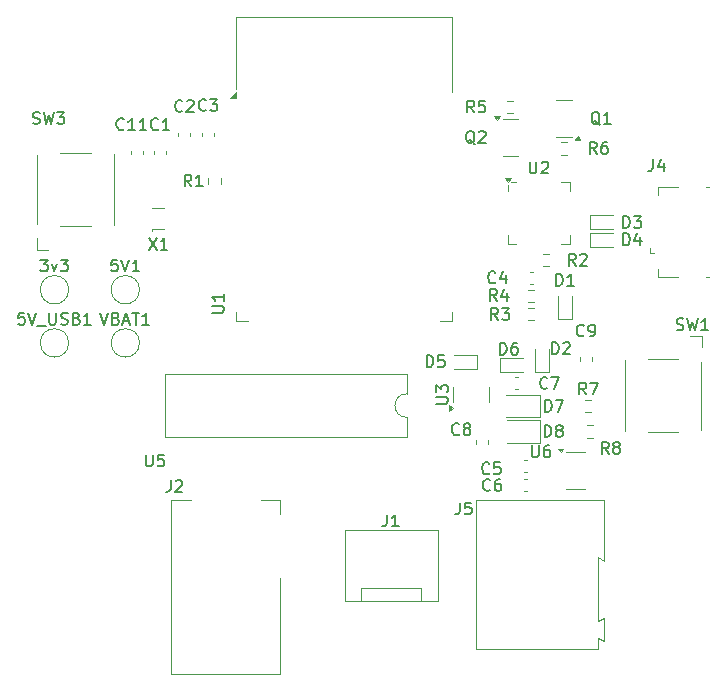
<source format=gbr>
%TF.GenerationSoftware,KiCad,Pcbnew,8.0.5-8.0.5-0~ubuntu24.04.1*%
%TF.CreationDate,2024-09-17T16:47:33-05:00*%
%TF.ProjectId,Airboat,41697262-6f61-4742-9e6b-696361645f70,rev?*%
%TF.SameCoordinates,Original*%
%TF.FileFunction,Legend,Top*%
%TF.FilePolarity,Positive*%
%FSLAX46Y46*%
G04 Gerber Fmt 4.6, Leading zero omitted, Abs format (unit mm)*
G04 Created by KiCad (PCBNEW 8.0.5-8.0.5-0~ubuntu24.04.1) date 2024-09-17 16:47:33*
%MOMM*%
%LPD*%
G01*
G04 APERTURE LIST*
%ADD10C,0.150000*%
%ADD11C,0.120000*%
G04 APERTURE END LIST*
D10*
X152552495Y-118453819D02*
X152552495Y-119263342D01*
X152552495Y-119263342D02*
X152600114Y-119358580D01*
X152600114Y-119358580D02*
X152647733Y-119406200D01*
X152647733Y-119406200D02*
X152742971Y-119453819D01*
X152742971Y-119453819D02*
X152933447Y-119453819D01*
X152933447Y-119453819D02*
X153028685Y-119406200D01*
X153028685Y-119406200D02*
X153076304Y-119358580D01*
X153076304Y-119358580D02*
X153123923Y-119263342D01*
X153123923Y-119263342D02*
X153123923Y-118453819D01*
X154028685Y-118453819D02*
X153838209Y-118453819D01*
X153838209Y-118453819D02*
X153742971Y-118501438D01*
X153742971Y-118501438D02*
X153695352Y-118549057D01*
X153695352Y-118549057D02*
X153600114Y-118691914D01*
X153600114Y-118691914D02*
X153552495Y-118882390D01*
X153552495Y-118882390D02*
X153552495Y-119263342D01*
X153552495Y-119263342D02*
X153600114Y-119358580D01*
X153600114Y-119358580D02*
X153647733Y-119406200D01*
X153647733Y-119406200D02*
X153742971Y-119453819D01*
X153742971Y-119453819D02*
X153933447Y-119453819D01*
X153933447Y-119453819D02*
X154028685Y-119406200D01*
X154028685Y-119406200D02*
X154076304Y-119358580D01*
X154076304Y-119358580D02*
X154123923Y-119263342D01*
X154123923Y-119263342D02*
X154123923Y-119025247D01*
X154123923Y-119025247D02*
X154076304Y-118930009D01*
X154076304Y-118930009D02*
X154028685Y-118882390D01*
X154028685Y-118882390D02*
X153933447Y-118834771D01*
X153933447Y-118834771D02*
X153742971Y-118834771D01*
X153742971Y-118834771D02*
X153647733Y-118882390D01*
X153647733Y-118882390D02*
X153600114Y-118930009D01*
X153600114Y-118930009D02*
X153552495Y-119025247D01*
X140291866Y-124324819D02*
X140291866Y-125039104D01*
X140291866Y-125039104D02*
X140244247Y-125181961D01*
X140244247Y-125181961D02*
X140149009Y-125277200D01*
X140149009Y-125277200D02*
X140006152Y-125324819D01*
X140006152Y-125324819D02*
X139910914Y-125324819D01*
X141291866Y-125324819D02*
X140720438Y-125324819D01*
X141006152Y-125324819D02*
X141006152Y-124324819D01*
X141006152Y-124324819D02*
X140910914Y-124467676D01*
X140910914Y-124467676D02*
X140815676Y-124562914D01*
X140815676Y-124562914D02*
X140720438Y-124610533D01*
X149032933Y-122228780D02*
X148985314Y-122276400D01*
X148985314Y-122276400D02*
X148842457Y-122324019D01*
X148842457Y-122324019D02*
X148747219Y-122324019D01*
X148747219Y-122324019D02*
X148604362Y-122276400D01*
X148604362Y-122276400D02*
X148509124Y-122181161D01*
X148509124Y-122181161D02*
X148461505Y-122085923D01*
X148461505Y-122085923D02*
X148413886Y-121895447D01*
X148413886Y-121895447D02*
X148413886Y-121752590D01*
X148413886Y-121752590D02*
X148461505Y-121562114D01*
X148461505Y-121562114D02*
X148509124Y-121466876D01*
X148509124Y-121466876D02*
X148604362Y-121371638D01*
X148604362Y-121371638D02*
X148747219Y-121324019D01*
X148747219Y-121324019D02*
X148842457Y-121324019D01*
X148842457Y-121324019D02*
X148985314Y-121371638D01*
X148985314Y-121371638D02*
X149032933Y-121419257D01*
X149890076Y-121324019D02*
X149699600Y-121324019D01*
X149699600Y-121324019D02*
X149604362Y-121371638D01*
X149604362Y-121371638D02*
X149556743Y-121419257D01*
X149556743Y-121419257D02*
X149461505Y-121562114D01*
X149461505Y-121562114D02*
X149413886Y-121752590D01*
X149413886Y-121752590D02*
X149413886Y-122133542D01*
X149413886Y-122133542D02*
X149461505Y-122228780D01*
X149461505Y-122228780D02*
X149509124Y-122276400D01*
X149509124Y-122276400D02*
X149604362Y-122324019D01*
X149604362Y-122324019D02*
X149794838Y-122324019D01*
X149794838Y-122324019D02*
X149890076Y-122276400D01*
X149890076Y-122276400D02*
X149937695Y-122228780D01*
X149937695Y-122228780D02*
X149985314Y-122133542D01*
X149985314Y-122133542D02*
X149985314Y-121895447D01*
X149985314Y-121895447D02*
X149937695Y-121800209D01*
X149937695Y-121800209D02*
X149890076Y-121752590D01*
X149890076Y-121752590D02*
X149794838Y-121704971D01*
X149794838Y-121704971D02*
X149604362Y-121704971D01*
X149604362Y-121704971D02*
X149509124Y-121752590D01*
X149509124Y-121752590D02*
X149461505Y-121800209D01*
X149461505Y-121800209D02*
X149413886Y-121895447D01*
X148956733Y-120806380D02*
X148909114Y-120854000D01*
X148909114Y-120854000D02*
X148766257Y-120901619D01*
X148766257Y-120901619D02*
X148671019Y-120901619D01*
X148671019Y-120901619D02*
X148528162Y-120854000D01*
X148528162Y-120854000D02*
X148432924Y-120758761D01*
X148432924Y-120758761D02*
X148385305Y-120663523D01*
X148385305Y-120663523D02*
X148337686Y-120473047D01*
X148337686Y-120473047D02*
X148337686Y-120330190D01*
X148337686Y-120330190D02*
X148385305Y-120139714D01*
X148385305Y-120139714D02*
X148432924Y-120044476D01*
X148432924Y-120044476D02*
X148528162Y-119949238D01*
X148528162Y-119949238D02*
X148671019Y-119901619D01*
X148671019Y-119901619D02*
X148766257Y-119901619D01*
X148766257Y-119901619D02*
X148909114Y-119949238D01*
X148909114Y-119949238D02*
X148956733Y-119996857D01*
X149861495Y-119901619D02*
X149385305Y-119901619D01*
X149385305Y-119901619D02*
X149337686Y-120377809D01*
X149337686Y-120377809D02*
X149385305Y-120330190D01*
X149385305Y-120330190D02*
X149480543Y-120282571D01*
X149480543Y-120282571D02*
X149718638Y-120282571D01*
X149718638Y-120282571D02*
X149813876Y-120330190D01*
X149813876Y-120330190D02*
X149861495Y-120377809D01*
X149861495Y-120377809D02*
X149909114Y-120473047D01*
X149909114Y-120473047D02*
X149909114Y-120711142D01*
X149909114Y-120711142D02*
X149861495Y-120806380D01*
X149861495Y-120806380D02*
X149813876Y-120854000D01*
X149813876Y-120854000D02*
X149718638Y-120901619D01*
X149718638Y-120901619D02*
X149480543Y-120901619D01*
X149480543Y-120901619D02*
X149385305Y-120854000D01*
X149385305Y-120854000D02*
X149337686Y-120806380D01*
X109594926Y-107237198D02*
X109118736Y-107237198D01*
X109118736Y-107237198D02*
X109071117Y-107713388D01*
X109071117Y-107713388D02*
X109118736Y-107665769D01*
X109118736Y-107665769D02*
X109213974Y-107618150D01*
X109213974Y-107618150D02*
X109452069Y-107618150D01*
X109452069Y-107618150D02*
X109547307Y-107665769D01*
X109547307Y-107665769D02*
X109594926Y-107713388D01*
X109594926Y-107713388D02*
X109642545Y-107808626D01*
X109642545Y-107808626D02*
X109642545Y-108046721D01*
X109642545Y-108046721D02*
X109594926Y-108141959D01*
X109594926Y-108141959D02*
X109547307Y-108189579D01*
X109547307Y-108189579D02*
X109452069Y-108237198D01*
X109452069Y-108237198D02*
X109213974Y-108237198D01*
X109213974Y-108237198D02*
X109118736Y-108189579D01*
X109118736Y-108189579D02*
X109071117Y-108141959D01*
X109928260Y-107237198D02*
X110261593Y-108237198D01*
X110261593Y-108237198D02*
X110594926Y-107237198D01*
X110690165Y-108332436D02*
X111452069Y-108332436D01*
X111690165Y-107237198D02*
X111690165Y-108046721D01*
X111690165Y-108046721D02*
X111737784Y-108141959D01*
X111737784Y-108141959D02*
X111785403Y-108189579D01*
X111785403Y-108189579D02*
X111880641Y-108237198D01*
X111880641Y-108237198D02*
X112071117Y-108237198D01*
X112071117Y-108237198D02*
X112166355Y-108189579D01*
X112166355Y-108189579D02*
X112213974Y-108141959D01*
X112213974Y-108141959D02*
X112261593Y-108046721D01*
X112261593Y-108046721D02*
X112261593Y-107237198D01*
X112690165Y-108189579D02*
X112833022Y-108237198D01*
X112833022Y-108237198D02*
X113071117Y-108237198D01*
X113071117Y-108237198D02*
X113166355Y-108189579D01*
X113166355Y-108189579D02*
X113213974Y-108141959D01*
X113213974Y-108141959D02*
X113261593Y-108046721D01*
X113261593Y-108046721D02*
X113261593Y-107951483D01*
X113261593Y-107951483D02*
X113213974Y-107856245D01*
X113213974Y-107856245D02*
X113166355Y-107808626D01*
X113166355Y-107808626D02*
X113071117Y-107761007D01*
X113071117Y-107761007D02*
X112880641Y-107713388D01*
X112880641Y-107713388D02*
X112785403Y-107665769D01*
X112785403Y-107665769D02*
X112737784Y-107618150D01*
X112737784Y-107618150D02*
X112690165Y-107522912D01*
X112690165Y-107522912D02*
X112690165Y-107427674D01*
X112690165Y-107427674D02*
X112737784Y-107332436D01*
X112737784Y-107332436D02*
X112785403Y-107284817D01*
X112785403Y-107284817D02*
X112880641Y-107237198D01*
X112880641Y-107237198D02*
X113118736Y-107237198D01*
X113118736Y-107237198D02*
X113261593Y-107284817D01*
X114023498Y-107713388D02*
X114166355Y-107761007D01*
X114166355Y-107761007D02*
X114213974Y-107808626D01*
X114213974Y-107808626D02*
X114261593Y-107903864D01*
X114261593Y-107903864D02*
X114261593Y-108046721D01*
X114261593Y-108046721D02*
X114213974Y-108141959D01*
X114213974Y-108141959D02*
X114166355Y-108189579D01*
X114166355Y-108189579D02*
X114071117Y-108237198D01*
X114071117Y-108237198D02*
X113690165Y-108237198D01*
X113690165Y-108237198D02*
X113690165Y-107237198D01*
X113690165Y-107237198D02*
X114023498Y-107237198D01*
X114023498Y-107237198D02*
X114118736Y-107284817D01*
X114118736Y-107284817D02*
X114166355Y-107332436D01*
X114166355Y-107332436D02*
X114213974Y-107427674D01*
X114213974Y-107427674D02*
X114213974Y-107522912D01*
X114213974Y-107522912D02*
X114166355Y-107618150D01*
X114166355Y-107618150D02*
X114118736Y-107665769D01*
X114118736Y-107665769D02*
X114023498Y-107713388D01*
X114023498Y-107713388D02*
X113690165Y-107713388D01*
X115213974Y-108237198D02*
X114642546Y-108237198D01*
X114928260Y-108237198D02*
X114928260Y-107237198D01*
X114928260Y-107237198D02*
X114833022Y-107380055D01*
X114833022Y-107380055D02*
X114737784Y-107475293D01*
X114737784Y-107475293D02*
X114642546Y-107522912D01*
X123729786Y-96538324D02*
X123396453Y-96062133D01*
X123158358Y-96538324D02*
X123158358Y-95538324D01*
X123158358Y-95538324D02*
X123539310Y-95538324D01*
X123539310Y-95538324D02*
X123634548Y-95585943D01*
X123634548Y-95585943D02*
X123682167Y-95633562D01*
X123682167Y-95633562D02*
X123729786Y-95728800D01*
X123729786Y-95728800D02*
X123729786Y-95871657D01*
X123729786Y-95871657D02*
X123682167Y-95966895D01*
X123682167Y-95966895D02*
X123634548Y-96014514D01*
X123634548Y-96014514D02*
X123539310Y-96062133D01*
X123539310Y-96062133D02*
X123158358Y-96062133D01*
X124682167Y-96538324D02*
X124110739Y-96538324D01*
X124396453Y-96538324D02*
X124396453Y-95538324D01*
X124396453Y-95538324D02*
X124301215Y-95681181D01*
X124301215Y-95681181D02*
X124205977Y-95776419D01*
X124205977Y-95776419D02*
X124110739Y-95824038D01*
X158044213Y-93769061D02*
X157710880Y-93292870D01*
X157472785Y-93769061D02*
X157472785Y-92769061D01*
X157472785Y-92769061D02*
X157853737Y-92769061D01*
X157853737Y-92769061D02*
X157948975Y-92816680D01*
X157948975Y-92816680D02*
X157996594Y-92864299D01*
X157996594Y-92864299D02*
X158044213Y-92959537D01*
X158044213Y-92959537D02*
X158044213Y-93102394D01*
X158044213Y-93102394D02*
X157996594Y-93197632D01*
X157996594Y-93197632D02*
X157948975Y-93245251D01*
X157948975Y-93245251D02*
X157853737Y-93292870D01*
X157853737Y-93292870D02*
X157472785Y-93292870D01*
X158901356Y-92769061D02*
X158710880Y-92769061D01*
X158710880Y-92769061D02*
X158615642Y-92816680D01*
X158615642Y-92816680D02*
X158568023Y-92864299D01*
X158568023Y-92864299D02*
X158472785Y-93007156D01*
X158472785Y-93007156D02*
X158425166Y-93197632D01*
X158425166Y-93197632D02*
X158425166Y-93578584D01*
X158425166Y-93578584D02*
X158472785Y-93673822D01*
X158472785Y-93673822D02*
X158520404Y-93721442D01*
X158520404Y-93721442D02*
X158615642Y-93769061D01*
X158615642Y-93769061D02*
X158806118Y-93769061D01*
X158806118Y-93769061D02*
X158901356Y-93721442D01*
X158901356Y-93721442D02*
X158948975Y-93673822D01*
X158948975Y-93673822D02*
X158996594Y-93578584D01*
X158996594Y-93578584D02*
X158996594Y-93340489D01*
X158996594Y-93340489D02*
X158948975Y-93245251D01*
X158948975Y-93245251D02*
X158901356Y-93197632D01*
X158901356Y-93197632D02*
X158806118Y-93150013D01*
X158806118Y-93150013D02*
X158615642Y-93150013D01*
X158615642Y-93150013D02*
X158520404Y-93197632D01*
X158520404Y-93197632D02*
X158472785Y-93245251D01*
X158472785Y-93245251D02*
X158425166Y-93340489D01*
X147667933Y-90269219D02*
X147334600Y-89793028D01*
X147096505Y-90269219D02*
X147096505Y-89269219D01*
X147096505Y-89269219D02*
X147477457Y-89269219D01*
X147477457Y-89269219D02*
X147572695Y-89316838D01*
X147572695Y-89316838D02*
X147620314Y-89364457D01*
X147620314Y-89364457D02*
X147667933Y-89459695D01*
X147667933Y-89459695D02*
X147667933Y-89602552D01*
X147667933Y-89602552D02*
X147620314Y-89697790D01*
X147620314Y-89697790D02*
X147572695Y-89745409D01*
X147572695Y-89745409D02*
X147477457Y-89793028D01*
X147477457Y-89793028D02*
X147096505Y-89793028D01*
X148572695Y-89269219D02*
X148096505Y-89269219D01*
X148096505Y-89269219D02*
X148048886Y-89745409D01*
X148048886Y-89745409D02*
X148096505Y-89697790D01*
X148096505Y-89697790D02*
X148191743Y-89650171D01*
X148191743Y-89650171D02*
X148429838Y-89650171D01*
X148429838Y-89650171D02*
X148525076Y-89697790D01*
X148525076Y-89697790D02*
X148572695Y-89745409D01*
X148572695Y-89745409D02*
X148620314Y-89840647D01*
X148620314Y-89840647D02*
X148620314Y-90078742D01*
X148620314Y-90078742D02*
X148572695Y-90173980D01*
X148572695Y-90173980D02*
X148525076Y-90221600D01*
X148525076Y-90221600D02*
X148429838Y-90269219D01*
X148429838Y-90269219D02*
X148191743Y-90269219D01*
X148191743Y-90269219D02*
X148096505Y-90221600D01*
X148096505Y-90221600D02*
X148048886Y-90173980D01*
X119880641Y-119235198D02*
X119880641Y-120044721D01*
X119880641Y-120044721D02*
X119928260Y-120139959D01*
X119928260Y-120139959D02*
X119975879Y-120187579D01*
X119975879Y-120187579D02*
X120071117Y-120235198D01*
X120071117Y-120235198D02*
X120261593Y-120235198D01*
X120261593Y-120235198D02*
X120356831Y-120187579D01*
X120356831Y-120187579D02*
X120404450Y-120139959D01*
X120404450Y-120139959D02*
X120452069Y-120044721D01*
X120452069Y-120044721D02*
X120452069Y-119235198D01*
X121404450Y-119235198D02*
X120928260Y-119235198D01*
X120928260Y-119235198D02*
X120880641Y-119711388D01*
X120880641Y-119711388D02*
X120928260Y-119663769D01*
X120928260Y-119663769D02*
X121023498Y-119616150D01*
X121023498Y-119616150D02*
X121261593Y-119616150D01*
X121261593Y-119616150D02*
X121356831Y-119663769D01*
X121356831Y-119663769D02*
X121404450Y-119711388D01*
X121404450Y-119711388D02*
X121452069Y-119806626D01*
X121452069Y-119806626D02*
X121452069Y-120044721D01*
X121452069Y-120044721D02*
X121404450Y-120139959D01*
X121404450Y-120139959D02*
X121356831Y-120187579D01*
X121356831Y-120187579D02*
X121261593Y-120235198D01*
X121261593Y-120235198D02*
X121023498Y-120235198D01*
X121023498Y-120235198D02*
X120928260Y-120187579D01*
X120928260Y-120187579D02*
X120880641Y-120139959D01*
X154599292Y-104937919D02*
X154599292Y-103937919D01*
X154599292Y-103937919D02*
X154837387Y-103937919D01*
X154837387Y-103937919D02*
X154980244Y-103985538D01*
X154980244Y-103985538D02*
X155075482Y-104080776D01*
X155075482Y-104080776D02*
X155123101Y-104176014D01*
X155123101Y-104176014D02*
X155170720Y-104366490D01*
X155170720Y-104366490D02*
X155170720Y-104509347D01*
X155170720Y-104509347D02*
X155123101Y-104699823D01*
X155123101Y-104699823D02*
X155075482Y-104795061D01*
X155075482Y-104795061D02*
X154980244Y-104890300D01*
X154980244Y-104890300D02*
X154837387Y-104937919D01*
X154837387Y-104937919D02*
X154599292Y-104937919D01*
X156123101Y-104937919D02*
X155551673Y-104937919D01*
X155837387Y-104937919D02*
X155837387Y-103937919D01*
X155837387Y-103937919D02*
X155742149Y-104080776D01*
X155742149Y-104080776D02*
X155646911Y-104176014D01*
X155646911Y-104176014D02*
X155551673Y-104223633D01*
X164825111Y-108667892D02*
X164967968Y-108715511D01*
X164967968Y-108715511D02*
X165206063Y-108715511D01*
X165206063Y-108715511D02*
X165301301Y-108667892D01*
X165301301Y-108667892D02*
X165348920Y-108620272D01*
X165348920Y-108620272D02*
X165396539Y-108525034D01*
X165396539Y-108525034D02*
X165396539Y-108429796D01*
X165396539Y-108429796D02*
X165348920Y-108334558D01*
X165348920Y-108334558D02*
X165301301Y-108286939D01*
X165301301Y-108286939D02*
X165206063Y-108239320D01*
X165206063Y-108239320D02*
X165015587Y-108191701D01*
X165015587Y-108191701D02*
X164920349Y-108144082D01*
X164920349Y-108144082D02*
X164872730Y-108096463D01*
X164872730Y-108096463D02*
X164825111Y-108001225D01*
X164825111Y-108001225D02*
X164825111Y-107905987D01*
X164825111Y-107905987D02*
X164872730Y-107810749D01*
X164872730Y-107810749D02*
X164920349Y-107763130D01*
X164920349Y-107763130D02*
X165015587Y-107715511D01*
X165015587Y-107715511D02*
X165253682Y-107715511D01*
X165253682Y-107715511D02*
X165396539Y-107763130D01*
X165729873Y-107715511D02*
X165967968Y-108715511D01*
X165967968Y-108715511D02*
X166158444Y-108001225D01*
X166158444Y-108001225D02*
X166348920Y-108715511D01*
X166348920Y-108715511D02*
X166587016Y-107715511D01*
X167491777Y-108715511D02*
X166920349Y-108715511D01*
X167206063Y-108715511D02*
X167206063Y-107715511D01*
X167206063Y-107715511D02*
X167110825Y-107858368D01*
X167110825Y-107858368D02*
X167015587Y-107953606D01*
X167015587Y-107953606D02*
X166920349Y-108001225D01*
X149685804Y-107837257D02*
X149352471Y-107361066D01*
X149114376Y-107837257D02*
X149114376Y-106837257D01*
X149114376Y-106837257D02*
X149495328Y-106837257D01*
X149495328Y-106837257D02*
X149590566Y-106884876D01*
X149590566Y-106884876D02*
X149638185Y-106932495D01*
X149638185Y-106932495D02*
X149685804Y-107027733D01*
X149685804Y-107027733D02*
X149685804Y-107170590D01*
X149685804Y-107170590D02*
X149638185Y-107265828D01*
X149638185Y-107265828D02*
X149590566Y-107313447D01*
X149590566Y-107313447D02*
X149495328Y-107361066D01*
X149495328Y-107361066D02*
X149114376Y-107361066D01*
X150019138Y-106837257D02*
X150638185Y-106837257D01*
X150638185Y-106837257D02*
X150304852Y-107218209D01*
X150304852Y-107218209D02*
X150447709Y-107218209D01*
X150447709Y-107218209D02*
X150542947Y-107265828D01*
X150542947Y-107265828D02*
X150590566Y-107313447D01*
X150590566Y-107313447D02*
X150638185Y-107408685D01*
X150638185Y-107408685D02*
X150638185Y-107646780D01*
X150638185Y-107646780D02*
X150590566Y-107742018D01*
X150590566Y-107742018D02*
X150542947Y-107789638D01*
X150542947Y-107789638D02*
X150447709Y-107837257D01*
X150447709Y-107837257D02*
X150161995Y-107837257D01*
X150161995Y-107837257D02*
X150066757Y-107789638D01*
X150066757Y-107789638D02*
X150019138Y-107742018D01*
X160286376Y-101517518D02*
X160286376Y-100517518D01*
X160286376Y-100517518D02*
X160524471Y-100517518D01*
X160524471Y-100517518D02*
X160667328Y-100565137D01*
X160667328Y-100565137D02*
X160762566Y-100660375D01*
X160762566Y-100660375D02*
X160810185Y-100755613D01*
X160810185Y-100755613D02*
X160857804Y-100946089D01*
X160857804Y-100946089D02*
X160857804Y-101088946D01*
X160857804Y-101088946D02*
X160810185Y-101279422D01*
X160810185Y-101279422D02*
X160762566Y-101374660D01*
X160762566Y-101374660D02*
X160667328Y-101469899D01*
X160667328Y-101469899D02*
X160524471Y-101517518D01*
X160524471Y-101517518D02*
X160286376Y-101517518D01*
X161714947Y-100850851D02*
X161714947Y-101517518D01*
X161476852Y-100469899D02*
X161238757Y-101184184D01*
X161238757Y-101184184D02*
X161857804Y-101184184D01*
X162809212Y-94235198D02*
X162809212Y-94949483D01*
X162809212Y-94949483D02*
X162761593Y-95092340D01*
X162761593Y-95092340D02*
X162666355Y-95187579D01*
X162666355Y-95187579D02*
X162523498Y-95235198D01*
X162523498Y-95235198D02*
X162428260Y-95235198D01*
X163713974Y-94568531D02*
X163713974Y-95235198D01*
X163475879Y-94187579D02*
X163237784Y-94901864D01*
X163237784Y-94901864D02*
X163856831Y-94901864D01*
X149591743Y-106238301D02*
X149258410Y-105762110D01*
X149020315Y-106238301D02*
X149020315Y-105238301D01*
X149020315Y-105238301D02*
X149401267Y-105238301D01*
X149401267Y-105238301D02*
X149496505Y-105285920D01*
X149496505Y-105285920D02*
X149544124Y-105333539D01*
X149544124Y-105333539D02*
X149591743Y-105428777D01*
X149591743Y-105428777D02*
X149591743Y-105571634D01*
X149591743Y-105571634D02*
X149544124Y-105666872D01*
X149544124Y-105666872D02*
X149496505Y-105714491D01*
X149496505Y-105714491D02*
X149401267Y-105762110D01*
X149401267Y-105762110D02*
X149020315Y-105762110D01*
X150448886Y-105571634D02*
X150448886Y-106238301D01*
X150210791Y-105190682D02*
X149972696Y-105904967D01*
X149972696Y-105904967D02*
X150591743Y-105904967D01*
X144459811Y-114916139D02*
X145269334Y-114916139D01*
X145269334Y-114916139D02*
X145364572Y-114868520D01*
X145364572Y-114868520D02*
X145412192Y-114820901D01*
X145412192Y-114820901D02*
X145459811Y-114725663D01*
X145459811Y-114725663D02*
X145459811Y-114535187D01*
X145459811Y-114535187D02*
X145412192Y-114439949D01*
X145412192Y-114439949D02*
X145364572Y-114392330D01*
X145364572Y-114392330D02*
X145269334Y-114344711D01*
X145269334Y-114344711D02*
X144459811Y-114344711D01*
X144459811Y-113963758D02*
X144459811Y-113344711D01*
X144459811Y-113344711D02*
X144840763Y-113678044D01*
X144840763Y-113678044D02*
X144840763Y-113535187D01*
X144840763Y-113535187D02*
X144888382Y-113439949D01*
X144888382Y-113439949D02*
X144936001Y-113392330D01*
X144936001Y-113392330D02*
X145031239Y-113344711D01*
X145031239Y-113344711D02*
X145269334Y-113344711D01*
X145269334Y-113344711D02*
X145364572Y-113392330D01*
X145364572Y-113392330D02*
X145412192Y-113439949D01*
X145412192Y-113439949D02*
X145459811Y-113535187D01*
X145459811Y-113535187D02*
X145459811Y-113820901D01*
X145459811Y-113820901D02*
X145412192Y-113916139D01*
X145412192Y-113916139D02*
X145364572Y-113963758D01*
X110952070Y-102737198D02*
X111571117Y-102737198D01*
X111571117Y-102737198D02*
X111237784Y-103118150D01*
X111237784Y-103118150D02*
X111380641Y-103118150D01*
X111380641Y-103118150D02*
X111475879Y-103165769D01*
X111475879Y-103165769D02*
X111523498Y-103213388D01*
X111523498Y-103213388D02*
X111571117Y-103308626D01*
X111571117Y-103308626D02*
X111571117Y-103546721D01*
X111571117Y-103546721D02*
X111523498Y-103641959D01*
X111523498Y-103641959D02*
X111475879Y-103689579D01*
X111475879Y-103689579D02*
X111380641Y-103737198D01*
X111380641Y-103737198D02*
X111094927Y-103737198D01*
X111094927Y-103737198D02*
X110999689Y-103689579D01*
X110999689Y-103689579D02*
X110952070Y-103641959D01*
X111904451Y-103070531D02*
X112142546Y-103737198D01*
X112142546Y-103737198D02*
X112380641Y-103070531D01*
X112666356Y-102737198D02*
X113285403Y-102737198D01*
X113285403Y-102737198D02*
X112952070Y-103118150D01*
X112952070Y-103118150D02*
X113094927Y-103118150D01*
X113094927Y-103118150D02*
X113190165Y-103165769D01*
X113190165Y-103165769D02*
X113237784Y-103213388D01*
X113237784Y-103213388D02*
X113285403Y-103308626D01*
X113285403Y-103308626D02*
X113285403Y-103546721D01*
X113285403Y-103546721D02*
X113237784Y-103641959D01*
X113237784Y-103641959D02*
X113190165Y-103689579D01*
X113190165Y-103689579D02*
X113094927Y-103737198D01*
X113094927Y-103737198D02*
X112809213Y-103737198D01*
X112809213Y-103737198D02*
X112713975Y-103689579D01*
X112713975Y-103689579D02*
X112666356Y-103641959D01*
X110309213Y-91187579D02*
X110452070Y-91235198D01*
X110452070Y-91235198D02*
X110690165Y-91235198D01*
X110690165Y-91235198D02*
X110785403Y-91187579D01*
X110785403Y-91187579D02*
X110833022Y-91139959D01*
X110833022Y-91139959D02*
X110880641Y-91044721D01*
X110880641Y-91044721D02*
X110880641Y-90949483D01*
X110880641Y-90949483D02*
X110833022Y-90854245D01*
X110833022Y-90854245D02*
X110785403Y-90806626D01*
X110785403Y-90806626D02*
X110690165Y-90759007D01*
X110690165Y-90759007D02*
X110499689Y-90711388D01*
X110499689Y-90711388D02*
X110404451Y-90663769D01*
X110404451Y-90663769D02*
X110356832Y-90616150D01*
X110356832Y-90616150D02*
X110309213Y-90520912D01*
X110309213Y-90520912D02*
X110309213Y-90425674D01*
X110309213Y-90425674D02*
X110356832Y-90330436D01*
X110356832Y-90330436D02*
X110404451Y-90282817D01*
X110404451Y-90282817D02*
X110499689Y-90235198D01*
X110499689Y-90235198D02*
X110737784Y-90235198D01*
X110737784Y-90235198D02*
X110880641Y-90282817D01*
X111213975Y-90235198D02*
X111452070Y-91235198D01*
X111452070Y-91235198D02*
X111642546Y-90520912D01*
X111642546Y-90520912D02*
X111833022Y-91235198D01*
X111833022Y-91235198D02*
X112071118Y-90235198D01*
X112356832Y-90235198D02*
X112975879Y-90235198D01*
X112975879Y-90235198D02*
X112642546Y-90616150D01*
X112642546Y-90616150D02*
X112785403Y-90616150D01*
X112785403Y-90616150D02*
X112880641Y-90663769D01*
X112880641Y-90663769D02*
X112928260Y-90711388D01*
X112928260Y-90711388D02*
X112975879Y-90806626D01*
X112975879Y-90806626D02*
X112975879Y-91044721D01*
X112975879Y-91044721D02*
X112928260Y-91139959D01*
X112928260Y-91139959D02*
X112880641Y-91187579D01*
X112880641Y-91187579D02*
X112785403Y-91235198D01*
X112785403Y-91235198D02*
X112499689Y-91235198D01*
X112499689Y-91235198D02*
X112404451Y-91187579D01*
X112404451Y-91187579D02*
X112356832Y-91139959D01*
X118009149Y-91667549D02*
X117961530Y-91715169D01*
X117961530Y-91715169D02*
X117818673Y-91762788D01*
X117818673Y-91762788D02*
X117723435Y-91762788D01*
X117723435Y-91762788D02*
X117580578Y-91715169D01*
X117580578Y-91715169D02*
X117485340Y-91619930D01*
X117485340Y-91619930D02*
X117437721Y-91524692D01*
X117437721Y-91524692D02*
X117390102Y-91334216D01*
X117390102Y-91334216D02*
X117390102Y-91191359D01*
X117390102Y-91191359D02*
X117437721Y-91000883D01*
X117437721Y-91000883D02*
X117485340Y-90905645D01*
X117485340Y-90905645D02*
X117580578Y-90810407D01*
X117580578Y-90810407D02*
X117723435Y-90762788D01*
X117723435Y-90762788D02*
X117818673Y-90762788D01*
X117818673Y-90762788D02*
X117961530Y-90810407D01*
X117961530Y-90810407D02*
X118009149Y-90858026D01*
X118961530Y-91762788D02*
X118390102Y-91762788D01*
X118675816Y-91762788D02*
X118675816Y-90762788D01*
X118675816Y-90762788D02*
X118580578Y-90905645D01*
X118580578Y-90905645D02*
X118485340Y-91000883D01*
X118485340Y-91000883D02*
X118390102Y-91048502D01*
X119913911Y-91762788D02*
X119342483Y-91762788D01*
X119628197Y-91762788D02*
X119628197Y-90762788D01*
X119628197Y-90762788D02*
X119532959Y-90905645D01*
X119532959Y-90905645D02*
X119437721Y-91000883D01*
X119437721Y-91000883D02*
X119342483Y-91048502D01*
X125487365Y-107217283D02*
X126296888Y-107217283D01*
X126296888Y-107217283D02*
X126392126Y-107169664D01*
X126392126Y-107169664D02*
X126439746Y-107122045D01*
X126439746Y-107122045D02*
X126487365Y-107026807D01*
X126487365Y-107026807D02*
X126487365Y-106836331D01*
X126487365Y-106836331D02*
X126439746Y-106741093D01*
X126439746Y-106741093D02*
X126392126Y-106693474D01*
X126392126Y-106693474D02*
X126296888Y-106645855D01*
X126296888Y-106645855D02*
X125487365Y-106645855D01*
X126487365Y-105645855D02*
X126487365Y-106217283D01*
X126487365Y-105931569D02*
X125487365Y-105931569D01*
X125487365Y-105931569D02*
X125630222Y-106026807D01*
X125630222Y-106026807D02*
X125725460Y-106122045D01*
X125725460Y-106122045D02*
X125773079Y-106217283D01*
X154263234Y-110734843D02*
X154263234Y-109734843D01*
X154263234Y-109734843D02*
X154501329Y-109734843D01*
X154501329Y-109734843D02*
X154644186Y-109782462D01*
X154644186Y-109782462D02*
X154739424Y-109877700D01*
X154739424Y-109877700D02*
X154787043Y-109972938D01*
X154787043Y-109972938D02*
X154834662Y-110163414D01*
X154834662Y-110163414D02*
X154834662Y-110306271D01*
X154834662Y-110306271D02*
X154787043Y-110496747D01*
X154787043Y-110496747D02*
X154739424Y-110591985D01*
X154739424Y-110591985D02*
X154644186Y-110687224D01*
X154644186Y-110687224D02*
X154501329Y-110734843D01*
X154501329Y-110734843D02*
X154263234Y-110734843D01*
X155215615Y-109830081D02*
X155263234Y-109782462D01*
X155263234Y-109782462D02*
X155358472Y-109734843D01*
X155358472Y-109734843D02*
X155596567Y-109734843D01*
X155596567Y-109734843D02*
X155691805Y-109782462D01*
X155691805Y-109782462D02*
X155739424Y-109830081D01*
X155739424Y-109830081D02*
X155787043Y-109925319D01*
X155787043Y-109925319D02*
X155787043Y-110020557D01*
X155787043Y-110020557D02*
X155739424Y-110163414D01*
X155739424Y-110163414D02*
X155167996Y-110734843D01*
X155167996Y-110734843D02*
X155787043Y-110734843D01*
X153877856Y-113580897D02*
X153830237Y-113628517D01*
X153830237Y-113628517D02*
X153687380Y-113676136D01*
X153687380Y-113676136D02*
X153592142Y-113676136D01*
X153592142Y-113676136D02*
X153449285Y-113628517D01*
X153449285Y-113628517D02*
X153354047Y-113533278D01*
X153354047Y-113533278D02*
X153306428Y-113438040D01*
X153306428Y-113438040D02*
X153258809Y-113247564D01*
X153258809Y-113247564D02*
X153258809Y-113104707D01*
X153258809Y-113104707D02*
X153306428Y-112914231D01*
X153306428Y-112914231D02*
X153354047Y-112818993D01*
X153354047Y-112818993D02*
X153449285Y-112723755D01*
X153449285Y-112723755D02*
X153592142Y-112676136D01*
X153592142Y-112676136D02*
X153687380Y-112676136D01*
X153687380Y-112676136D02*
X153830237Y-112723755D01*
X153830237Y-112723755D02*
X153877856Y-112771374D01*
X154211190Y-112676136D02*
X154877856Y-112676136D01*
X154877856Y-112676136D02*
X154449285Y-113676136D01*
X149852680Y-110765481D02*
X149852680Y-109765481D01*
X149852680Y-109765481D02*
X150090775Y-109765481D01*
X150090775Y-109765481D02*
X150233632Y-109813100D01*
X150233632Y-109813100D02*
X150328870Y-109908338D01*
X150328870Y-109908338D02*
X150376489Y-110003576D01*
X150376489Y-110003576D02*
X150424108Y-110194052D01*
X150424108Y-110194052D02*
X150424108Y-110336909D01*
X150424108Y-110336909D02*
X150376489Y-110527385D01*
X150376489Y-110527385D02*
X150328870Y-110622623D01*
X150328870Y-110622623D02*
X150233632Y-110717862D01*
X150233632Y-110717862D02*
X150090775Y-110765481D01*
X150090775Y-110765481D02*
X149852680Y-110765481D01*
X151281251Y-109765481D02*
X151090775Y-109765481D01*
X151090775Y-109765481D02*
X150995537Y-109813100D01*
X150995537Y-109813100D02*
X150947918Y-109860719D01*
X150947918Y-109860719D02*
X150852680Y-110003576D01*
X150852680Y-110003576D02*
X150805061Y-110194052D01*
X150805061Y-110194052D02*
X150805061Y-110575004D01*
X150805061Y-110575004D02*
X150852680Y-110670242D01*
X150852680Y-110670242D02*
X150900299Y-110717862D01*
X150900299Y-110717862D02*
X150995537Y-110765481D01*
X150995537Y-110765481D02*
X151186013Y-110765481D01*
X151186013Y-110765481D02*
X151281251Y-110717862D01*
X151281251Y-110717862D02*
X151328870Y-110670242D01*
X151328870Y-110670242D02*
X151376489Y-110575004D01*
X151376489Y-110575004D02*
X151376489Y-110336909D01*
X151376489Y-110336909D02*
X151328870Y-110241671D01*
X151328870Y-110241671D02*
X151281251Y-110194052D01*
X151281251Y-110194052D02*
X151186013Y-110146433D01*
X151186013Y-110146433D02*
X150995537Y-110146433D01*
X150995537Y-110146433D02*
X150900299Y-110194052D01*
X150900299Y-110194052D02*
X150852680Y-110241671D01*
X150852680Y-110241671D02*
X150805061Y-110336909D01*
X121978691Y-121398801D02*
X121978691Y-122113086D01*
X121978691Y-122113086D02*
X121931072Y-122255943D01*
X121931072Y-122255943D02*
X121835834Y-122351182D01*
X121835834Y-122351182D02*
X121692977Y-122398801D01*
X121692977Y-122398801D02*
X121597739Y-122398801D01*
X122407263Y-121494039D02*
X122454882Y-121446420D01*
X122454882Y-121446420D02*
X122550120Y-121398801D01*
X122550120Y-121398801D02*
X122788215Y-121398801D01*
X122788215Y-121398801D02*
X122883453Y-121446420D01*
X122883453Y-121446420D02*
X122931072Y-121494039D01*
X122931072Y-121494039D02*
X122978691Y-121589277D01*
X122978691Y-121589277D02*
X122978691Y-121684515D01*
X122978691Y-121684515D02*
X122931072Y-121827372D01*
X122931072Y-121827372D02*
X122359644Y-122398801D01*
X122359644Y-122398801D02*
X122978691Y-122398801D01*
X117475879Y-102737198D02*
X116999689Y-102737198D01*
X116999689Y-102737198D02*
X116952070Y-103213388D01*
X116952070Y-103213388D02*
X116999689Y-103165769D01*
X116999689Y-103165769D02*
X117094927Y-103118150D01*
X117094927Y-103118150D02*
X117333022Y-103118150D01*
X117333022Y-103118150D02*
X117428260Y-103165769D01*
X117428260Y-103165769D02*
X117475879Y-103213388D01*
X117475879Y-103213388D02*
X117523498Y-103308626D01*
X117523498Y-103308626D02*
X117523498Y-103546721D01*
X117523498Y-103546721D02*
X117475879Y-103641959D01*
X117475879Y-103641959D02*
X117428260Y-103689579D01*
X117428260Y-103689579D02*
X117333022Y-103737198D01*
X117333022Y-103737198D02*
X117094927Y-103737198D01*
X117094927Y-103737198D02*
X116999689Y-103689579D01*
X116999689Y-103689579D02*
X116952070Y-103641959D01*
X117809213Y-102737198D02*
X118142546Y-103737198D01*
X118142546Y-103737198D02*
X118475879Y-102737198D01*
X119333022Y-103737198D02*
X118761594Y-103737198D01*
X119047308Y-103737198D02*
X119047308Y-102737198D01*
X119047308Y-102737198D02*
X118952070Y-102880055D01*
X118952070Y-102880055D02*
X118856832Y-102975293D01*
X118856832Y-102975293D02*
X118761594Y-103022912D01*
X122975879Y-90139959D02*
X122928260Y-90187579D01*
X122928260Y-90187579D02*
X122785403Y-90235198D01*
X122785403Y-90235198D02*
X122690165Y-90235198D01*
X122690165Y-90235198D02*
X122547308Y-90187579D01*
X122547308Y-90187579D02*
X122452070Y-90092340D01*
X122452070Y-90092340D02*
X122404451Y-89997102D01*
X122404451Y-89997102D02*
X122356832Y-89806626D01*
X122356832Y-89806626D02*
X122356832Y-89663769D01*
X122356832Y-89663769D02*
X122404451Y-89473293D01*
X122404451Y-89473293D02*
X122452070Y-89378055D01*
X122452070Y-89378055D02*
X122547308Y-89282817D01*
X122547308Y-89282817D02*
X122690165Y-89235198D01*
X122690165Y-89235198D02*
X122785403Y-89235198D01*
X122785403Y-89235198D02*
X122928260Y-89282817D01*
X122928260Y-89282817D02*
X122975879Y-89330436D01*
X123356832Y-89330436D02*
X123404451Y-89282817D01*
X123404451Y-89282817D02*
X123499689Y-89235198D01*
X123499689Y-89235198D02*
X123737784Y-89235198D01*
X123737784Y-89235198D02*
X123833022Y-89282817D01*
X123833022Y-89282817D02*
X123880641Y-89330436D01*
X123880641Y-89330436D02*
X123928260Y-89425674D01*
X123928260Y-89425674D02*
X123928260Y-89520912D01*
X123928260Y-89520912D02*
X123880641Y-89663769D01*
X123880641Y-89663769D02*
X123309213Y-90235198D01*
X123309213Y-90235198D02*
X123928260Y-90235198D01*
X124974563Y-90039450D02*
X124926944Y-90087070D01*
X124926944Y-90087070D02*
X124784087Y-90134689D01*
X124784087Y-90134689D02*
X124688849Y-90134689D01*
X124688849Y-90134689D02*
X124545992Y-90087070D01*
X124545992Y-90087070D02*
X124450754Y-89991831D01*
X124450754Y-89991831D02*
X124403135Y-89896593D01*
X124403135Y-89896593D02*
X124355516Y-89706117D01*
X124355516Y-89706117D02*
X124355516Y-89563260D01*
X124355516Y-89563260D02*
X124403135Y-89372784D01*
X124403135Y-89372784D02*
X124450754Y-89277546D01*
X124450754Y-89277546D02*
X124545992Y-89182308D01*
X124545992Y-89182308D02*
X124688849Y-89134689D01*
X124688849Y-89134689D02*
X124784087Y-89134689D01*
X124784087Y-89134689D02*
X124926944Y-89182308D01*
X124926944Y-89182308D02*
X124974563Y-89229927D01*
X125307897Y-89134689D02*
X125926944Y-89134689D01*
X125926944Y-89134689D02*
X125593611Y-89515641D01*
X125593611Y-89515641D02*
X125736468Y-89515641D01*
X125736468Y-89515641D02*
X125831706Y-89563260D01*
X125831706Y-89563260D02*
X125879325Y-89610879D01*
X125879325Y-89610879D02*
X125926944Y-89706117D01*
X125926944Y-89706117D02*
X125926944Y-89944212D01*
X125926944Y-89944212D02*
X125879325Y-90039450D01*
X125879325Y-90039450D02*
X125831706Y-90087070D01*
X125831706Y-90087070D02*
X125736468Y-90134689D01*
X125736468Y-90134689D02*
X125450754Y-90134689D01*
X125450754Y-90134689D02*
X125355516Y-90087070D01*
X125355516Y-90087070D02*
X125307897Y-90039450D01*
X160286376Y-100048573D02*
X160286376Y-99048573D01*
X160286376Y-99048573D02*
X160524471Y-99048573D01*
X160524471Y-99048573D02*
X160667328Y-99096192D01*
X160667328Y-99096192D02*
X160762566Y-99191430D01*
X160762566Y-99191430D02*
X160810185Y-99286668D01*
X160810185Y-99286668D02*
X160857804Y-99477144D01*
X160857804Y-99477144D02*
X160857804Y-99620001D01*
X160857804Y-99620001D02*
X160810185Y-99810477D01*
X160810185Y-99810477D02*
X160762566Y-99905715D01*
X160762566Y-99905715D02*
X160667328Y-100000954D01*
X160667328Y-100000954D02*
X160524471Y-100048573D01*
X160524471Y-100048573D02*
X160286376Y-100048573D01*
X161191138Y-99048573D02*
X161810185Y-99048573D01*
X161810185Y-99048573D02*
X161476852Y-99429525D01*
X161476852Y-99429525D02*
X161619709Y-99429525D01*
X161619709Y-99429525D02*
X161714947Y-99477144D01*
X161714947Y-99477144D02*
X161762566Y-99524763D01*
X161762566Y-99524763D02*
X161810185Y-99620001D01*
X161810185Y-99620001D02*
X161810185Y-99858096D01*
X161810185Y-99858096D02*
X161762566Y-99953334D01*
X161762566Y-99953334D02*
X161714947Y-100000954D01*
X161714947Y-100000954D02*
X161619709Y-100048573D01*
X161619709Y-100048573D02*
X161333995Y-100048573D01*
X161333995Y-100048573D02*
X161238757Y-100000954D01*
X161238757Y-100000954D02*
X161191138Y-99953334D01*
X143649586Y-111837736D02*
X143649586Y-110837736D01*
X143649586Y-110837736D02*
X143887681Y-110837736D01*
X143887681Y-110837736D02*
X144030538Y-110885355D01*
X144030538Y-110885355D02*
X144125776Y-110980593D01*
X144125776Y-110980593D02*
X144173395Y-111075831D01*
X144173395Y-111075831D02*
X144221014Y-111266307D01*
X144221014Y-111266307D02*
X144221014Y-111409164D01*
X144221014Y-111409164D02*
X144173395Y-111599640D01*
X144173395Y-111599640D02*
X144125776Y-111694878D01*
X144125776Y-111694878D02*
X144030538Y-111790117D01*
X144030538Y-111790117D02*
X143887681Y-111837736D01*
X143887681Y-111837736D02*
X143649586Y-111837736D01*
X145125776Y-110837736D02*
X144649586Y-110837736D01*
X144649586Y-110837736D02*
X144601967Y-111313926D01*
X144601967Y-111313926D02*
X144649586Y-111266307D01*
X144649586Y-111266307D02*
X144744824Y-111218688D01*
X144744824Y-111218688D02*
X144982919Y-111218688D01*
X144982919Y-111218688D02*
X145078157Y-111266307D01*
X145078157Y-111266307D02*
X145125776Y-111313926D01*
X145125776Y-111313926D02*
X145173395Y-111409164D01*
X145173395Y-111409164D02*
X145173395Y-111647259D01*
X145173395Y-111647259D02*
X145125776Y-111742497D01*
X145125776Y-111742497D02*
X145078157Y-111790117D01*
X145078157Y-111790117D02*
X144982919Y-111837736D01*
X144982919Y-111837736D02*
X144744824Y-111837736D01*
X144744824Y-111837736D02*
X144649586Y-111790117D01*
X144649586Y-111790117D02*
X144601967Y-111742497D01*
X149475879Y-104639959D02*
X149428260Y-104687579D01*
X149428260Y-104687579D02*
X149285403Y-104735198D01*
X149285403Y-104735198D02*
X149190165Y-104735198D01*
X149190165Y-104735198D02*
X149047308Y-104687579D01*
X149047308Y-104687579D02*
X148952070Y-104592340D01*
X148952070Y-104592340D02*
X148904451Y-104497102D01*
X148904451Y-104497102D02*
X148856832Y-104306626D01*
X148856832Y-104306626D02*
X148856832Y-104163769D01*
X148856832Y-104163769D02*
X148904451Y-103973293D01*
X148904451Y-103973293D02*
X148952070Y-103878055D01*
X148952070Y-103878055D02*
X149047308Y-103782817D01*
X149047308Y-103782817D02*
X149190165Y-103735198D01*
X149190165Y-103735198D02*
X149285403Y-103735198D01*
X149285403Y-103735198D02*
X149428260Y-103782817D01*
X149428260Y-103782817D02*
X149475879Y-103830436D01*
X150333022Y-104068531D02*
X150333022Y-104735198D01*
X150094927Y-103687579D02*
X149856832Y-104401864D01*
X149856832Y-104401864D02*
X150475879Y-104401864D01*
X153637811Y-117738780D02*
X153637811Y-116738780D01*
X153637811Y-116738780D02*
X153875906Y-116738780D01*
X153875906Y-116738780D02*
X154018763Y-116786399D01*
X154018763Y-116786399D02*
X154114001Y-116881637D01*
X154114001Y-116881637D02*
X154161620Y-116976875D01*
X154161620Y-116976875D02*
X154209239Y-117167351D01*
X154209239Y-117167351D02*
X154209239Y-117310208D01*
X154209239Y-117310208D02*
X154161620Y-117500684D01*
X154161620Y-117500684D02*
X154114001Y-117595922D01*
X154114001Y-117595922D02*
X154018763Y-117691161D01*
X154018763Y-117691161D02*
X153875906Y-117738780D01*
X153875906Y-117738780D02*
X153637811Y-117738780D01*
X154780668Y-117167351D02*
X154685430Y-117119732D01*
X154685430Y-117119732D02*
X154637811Y-117072113D01*
X154637811Y-117072113D02*
X154590192Y-116976875D01*
X154590192Y-116976875D02*
X154590192Y-116929256D01*
X154590192Y-116929256D02*
X154637811Y-116834018D01*
X154637811Y-116834018D02*
X154685430Y-116786399D01*
X154685430Y-116786399D02*
X154780668Y-116738780D01*
X154780668Y-116738780D02*
X154971144Y-116738780D01*
X154971144Y-116738780D02*
X155066382Y-116786399D01*
X155066382Y-116786399D02*
X155114001Y-116834018D01*
X155114001Y-116834018D02*
X155161620Y-116929256D01*
X155161620Y-116929256D02*
X155161620Y-116976875D01*
X155161620Y-116976875D02*
X155114001Y-117072113D01*
X155114001Y-117072113D02*
X155066382Y-117119732D01*
X155066382Y-117119732D02*
X154971144Y-117167351D01*
X154971144Y-117167351D02*
X154780668Y-117167351D01*
X154780668Y-117167351D02*
X154685430Y-117214970D01*
X154685430Y-117214970D02*
X154637811Y-117262589D01*
X154637811Y-117262589D02*
X154590192Y-117357827D01*
X154590192Y-117357827D02*
X154590192Y-117548303D01*
X154590192Y-117548303D02*
X154637811Y-117643541D01*
X154637811Y-117643541D02*
X154685430Y-117691161D01*
X154685430Y-117691161D02*
X154780668Y-117738780D01*
X154780668Y-117738780D02*
X154971144Y-117738780D01*
X154971144Y-117738780D02*
X155066382Y-117691161D01*
X155066382Y-117691161D02*
X155114001Y-117643541D01*
X155114001Y-117643541D02*
X155161620Y-117548303D01*
X155161620Y-117548303D02*
X155161620Y-117357827D01*
X155161620Y-117357827D02*
X155114001Y-117262589D01*
X155114001Y-117262589D02*
X155066382Y-117214970D01*
X155066382Y-117214970D02*
X154971144Y-117167351D01*
X120920146Y-91675040D02*
X120872527Y-91722660D01*
X120872527Y-91722660D02*
X120729670Y-91770279D01*
X120729670Y-91770279D02*
X120634432Y-91770279D01*
X120634432Y-91770279D02*
X120491575Y-91722660D01*
X120491575Y-91722660D02*
X120396337Y-91627421D01*
X120396337Y-91627421D02*
X120348718Y-91532183D01*
X120348718Y-91532183D02*
X120301099Y-91341707D01*
X120301099Y-91341707D02*
X120301099Y-91198850D01*
X120301099Y-91198850D02*
X120348718Y-91008374D01*
X120348718Y-91008374D02*
X120396337Y-90913136D01*
X120396337Y-90913136D02*
X120491575Y-90817898D01*
X120491575Y-90817898D02*
X120634432Y-90770279D01*
X120634432Y-90770279D02*
X120729670Y-90770279D01*
X120729670Y-90770279D02*
X120872527Y-90817898D01*
X120872527Y-90817898D02*
X120920146Y-90865517D01*
X121872527Y-91770279D02*
X121301099Y-91770279D01*
X121586813Y-91770279D02*
X121586813Y-90770279D01*
X121586813Y-90770279D02*
X121491575Y-90913136D01*
X121491575Y-90913136D02*
X121396337Y-91008374D01*
X121396337Y-91008374D02*
X121301099Y-91055993D01*
X153663635Y-115591952D02*
X153663635Y-114591952D01*
X153663635Y-114591952D02*
X153901730Y-114591952D01*
X153901730Y-114591952D02*
X154044587Y-114639571D01*
X154044587Y-114639571D02*
X154139825Y-114734809D01*
X154139825Y-114734809D02*
X154187444Y-114830047D01*
X154187444Y-114830047D02*
X154235063Y-115020523D01*
X154235063Y-115020523D02*
X154235063Y-115163380D01*
X154235063Y-115163380D02*
X154187444Y-115353856D01*
X154187444Y-115353856D02*
X154139825Y-115449094D01*
X154139825Y-115449094D02*
X154044587Y-115544333D01*
X154044587Y-115544333D02*
X153901730Y-115591952D01*
X153901730Y-115591952D02*
X153663635Y-115591952D01*
X154568397Y-114591952D02*
X155235063Y-114591952D01*
X155235063Y-114591952D02*
X154806492Y-115591952D01*
X147733192Y-92951591D02*
X147637954Y-92903972D01*
X147637954Y-92903972D02*
X147542716Y-92808734D01*
X147542716Y-92808734D02*
X147399859Y-92665876D01*
X147399859Y-92665876D02*
X147304621Y-92618257D01*
X147304621Y-92618257D02*
X147209383Y-92618257D01*
X147257002Y-92856353D02*
X147161764Y-92808734D01*
X147161764Y-92808734D02*
X147066526Y-92713495D01*
X147066526Y-92713495D02*
X147018907Y-92523019D01*
X147018907Y-92523019D02*
X147018907Y-92189686D01*
X147018907Y-92189686D02*
X147066526Y-91999210D01*
X147066526Y-91999210D02*
X147161764Y-91903972D01*
X147161764Y-91903972D02*
X147257002Y-91856353D01*
X147257002Y-91856353D02*
X147447478Y-91856353D01*
X147447478Y-91856353D02*
X147542716Y-91903972D01*
X147542716Y-91903972D02*
X147637954Y-91999210D01*
X147637954Y-91999210D02*
X147685573Y-92189686D01*
X147685573Y-92189686D02*
X147685573Y-92523019D01*
X147685573Y-92523019D02*
X147637954Y-92713495D01*
X147637954Y-92713495D02*
X147542716Y-92808734D01*
X147542716Y-92808734D02*
X147447478Y-92856353D01*
X147447478Y-92856353D02*
X147257002Y-92856353D01*
X148066526Y-91951591D02*
X148114145Y-91903972D01*
X148114145Y-91903972D02*
X148209383Y-91856353D01*
X148209383Y-91856353D02*
X148447478Y-91856353D01*
X148447478Y-91856353D02*
X148542716Y-91903972D01*
X148542716Y-91903972D02*
X148590335Y-91951591D01*
X148590335Y-91951591D02*
X148637954Y-92046829D01*
X148637954Y-92046829D02*
X148637954Y-92142067D01*
X148637954Y-92142067D02*
X148590335Y-92284924D01*
X148590335Y-92284924D02*
X148018907Y-92856353D01*
X148018907Y-92856353D02*
X148637954Y-92856353D01*
X159065933Y-119174419D02*
X158732600Y-118698228D01*
X158494505Y-119174419D02*
X158494505Y-118174419D01*
X158494505Y-118174419D02*
X158875457Y-118174419D01*
X158875457Y-118174419D02*
X158970695Y-118222038D01*
X158970695Y-118222038D02*
X159018314Y-118269657D01*
X159018314Y-118269657D02*
X159065933Y-118364895D01*
X159065933Y-118364895D02*
X159065933Y-118507752D01*
X159065933Y-118507752D02*
X159018314Y-118602990D01*
X159018314Y-118602990D02*
X158970695Y-118650609D01*
X158970695Y-118650609D02*
X158875457Y-118698228D01*
X158875457Y-118698228D02*
X158494505Y-118698228D01*
X159637362Y-118602990D02*
X159542124Y-118555371D01*
X159542124Y-118555371D02*
X159494505Y-118507752D01*
X159494505Y-118507752D02*
X159446886Y-118412514D01*
X159446886Y-118412514D02*
X159446886Y-118364895D01*
X159446886Y-118364895D02*
X159494505Y-118269657D01*
X159494505Y-118269657D02*
X159542124Y-118222038D01*
X159542124Y-118222038D02*
X159637362Y-118174419D01*
X159637362Y-118174419D02*
X159827838Y-118174419D01*
X159827838Y-118174419D02*
X159923076Y-118222038D01*
X159923076Y-118222038D02*
X159970695Y-118269657D01*
X159970695Y-118269657D02*
X160018314Y-118364895D01*
X160018314Y-118364895D02*
X160018314Y-118412514D01*
X160018314Y-118412514D02*
X159970695Y-118507752D01*
X159970695Y-118507752D02*
X159923076Y-118555371D01*
X159923076Y-118555371D02*
X159827838Y-118602990D01*
X159827838Y-118602990D02*
X159637362Y-118602990D01*
X159637362Y-118602990D02*
X159542124Y-118650609D01*
X159542124Y-118650609D02*
X159494505Y-118698228D01*
X159494505Y-118698228D02*
X159446886Y-118793466D01*
X159446886Y-118793466D02*
X159446886Y-118983942D01*
X159446886Y-118983942D02*
X159494505Y-119079180D01*
X159494505Y-119079180D02*
X159542124Y-119126800D01*
X159542124Y-119126800D02*
X159637362Y-119174419D01*
X159637362Y-119174419D02*
X159827838Y-119174419D01*
X159827838Y-119174419D02*
X159923076Y-119126800D01*
X159923076Y-119126800D02*
X159970695Y-119079180D01*
X159970695Y-119079180D02*
X160018314Y-118983942D01*
X160018314Y-118983942D02*
X160018314Y-118793466D01*
X160018314Y-118793466D02*
X159970695Y-118698228D01*
X159970695Y-118698228D02*
X159923076Y-118650609D01*
X159923076Y-118650609D02*
X159827838Y-118602990D01*
X146406160Y-117500137D02*
X146358541Y-117547757D01*
X146358541Y-117547757D02*
X146215684Y-117595376D01*
X146215684Y-117595376D02*
X146120446Y-117595376D01*
X146120446Y-117595376D02*
X145977589Y-117547757D01*
X145977589Y-117547757D02*
X145882351Y-117452518D01*
X145882351Y-117452518D02*
X145834732Y-117357280D01*
X145834732Y-117357280D02*
X145787113Y-117166804D01*
X145787113Y-117166804D02*
X145787113Y-117023947D01*
X145787113Y-117023947D02*
X145834732Y-116833471D01*
X145834732Y-116833471D02*
X145882351Y-116738233D01*
X145882351Y-116738233D02*
X145977589Y-116642995D01*
X145977589Y-116642995D02*
X146120446Y-116595376D01*
X146120446Y-116595376D02*
X146215684Y-116595376D01*
X146215684Y-116595376D02*
X146358541Y-116642995D01*
X146358541Y-116642995D02*
X146406160Y-116690614D01*
X146977589Y-117023947D02*
X146882351Y-116976328D01*
X146882351Y-116976328D02*
X146834732Y-116928709D01*
X146834732Y-116928709D02*
X146787113Y-116833471D01*
X146787113Y-116833471D02*
X146787113Y-116785852D01*
X146787113Y-116785852D02*
X146834732Y-116690614D01*
X146834732Y-116690614D02*
X146882351Y-116642995D01*
X146882351Y-116642995D02*
X146977589Y-116595376D01*
X146977589Y-116595376D02*
X147168065Y-116595376D01*
X147168065Y-116595376D02*
X147263303Y-116642995D01*
X147263303Y-116642995D02*
X147310922Y-116690614D01*
X147310922Y-116690614D02*
X147358541Y-116785852D01*
X147358541Y-116785852D02*
X147358541Y-116833471D01*
X147358541Y-116833471D02*
X147310922Y-116928709D01*
X147310922Y-116928709D02*
X147263303Y-116976328D01*
X147263303Y-116976328D02*
X147168065Y-117023947D01*
X147168065Y-117023947D02*
X146977589Y-117023947D01*
X146977589Y-117023947D02*
X146882351Y-117071566D01*
X146882351Y-117071566D02*
X146834732Y-117119185D01*
X146834732Y-117119185D02*
X146787113Y-117214423D01*
X146787113Y-117214423D02*
X146787113Y-117404899D01*
X146787113Y-117404899D02*
X146834732Y-117500137D01*
X146834732Y-117500137D02*
X146882351Y-117547757D01*
X146882351Y-117547757D02*
X146977589Y-117595376D01*
X146977589Y-117595376D02*
X147168065Y-117595376D01*
X147168065Y-117595376D02*
X147263303Y-117547757D01*
X147263303Y-117547757D02*
X147310922Y-117500137D01*
X147310922Y-117500137D02*
X147358541Y-117404899D01*
X147358541Y-117404899D02*
X147358541Y-117214423D01*
X147358541Y-117214423D02*
X147310922Y-117119185D01*
X147310922Y-117119185D02*
X147263303Y-117071566D01*
X147263303Y-117071566D02*
X147168065Y-117023947D01*
X116023498Y-107237198D02*
X116356831Y-108237198D01*
X116356831Y-108237198D02*
X116690164Y-107237198D01*
X117356831Y-107713388D02*
X117499688Y-107761007D01*
X117499688Y-107761007D02*
X117547307Y-107808626D01*
X117547307Y-107808626D02*
X117594926Y-107903864D01*
X117594926Y-107903864D02*
X117594926Y-108046721D01*
X117594926Y-108046721D02*
X117547307Y-108141959D01*
X117547307Y-108141959D02*
X117499688Y-108189579D01*
X117499688Y-108189579D02*
X117404450Y-108237198D01*
X117404450Y-108237198D02*
X117023498Y-108237198D01*
X117023498Y-108237198D02*
X117023498Y-107237198D01*
X117023498Y-107237198D02*
X117356831Y-107237198D01*
X117356831Y-107237198D02*
X117452069Y-107284817D01*
X117452069Y-107284817D02*
X117499688Y-107332436D01*
X117499688Y-107332436D02*
X117547307Y-107427674D01*
X117547307Y-107427674D02*
X117547307Y-107522912D01*
X117547307Y-107522912D02*
X117499688Y-107618150D01*
X117499688Y-107618150D02*
X117452069Y-107665769D01*
X117452069Y-107665769D02*
X117356831Y-107713388D01*
X117356831Y-107713388D02*
X117023498Y-107713388D01*
X117975879Y-107951483D02*
X118452069Y-107951483D01*
X117880641Y-108237198D02*
X118213974Y-107237198D01*
X118213974Y-107237198D02*
X118547307Y-108237198D01*
X118737784Y-107237198D02*
X119309212Y-107237198D01*
X119023498Y-108237198D02*
X119023498Y-107237198D01*
X120166355Y-108237198D02*
X119594927Y-108237198D01*
X119880641Y-108237198D02*
X119880641Y-107237198D01*
X119880641Y-107237198D02*
X119785403Y-107380055D01*
X119785403Y-107380055D02*
X119690165Y-107475293D01*
X119690165Y-107475293D02*
X119594927Y-107522912D01*
X157165891Y-114140452D02*
X156832558Y-113664261D01*
X156594463Y-114140452D02*
X156594463Y-113140452D01*
X156594463Y-113140452D02*
X156975415Y-113140452D01*
X156975415Y-113140452D02*
X157070653Y-113188071D01*
X157070653Y-113188071D02*
X157118272Y-113235690D01*
X157118272Y-113235690D02*
X157165891Y-113330928D01*
X157165891Y-113330928D02*
X157165891Y-113473785D01*
X157165891Y-113473785D02*
X157118272Y-113569023D01*
X157118272Y-113569023D02*
X157070653Y-113616642D01*
X157070653Y-113616642D02*
X156975415Y-113664261D01*
X156975415Y-113664261D02*
X156594463Y-113664261D01*
X157499225Y-113140452D02*
X158165891Y-113140452D01*
X158165891Y-113140452D02*
X157737320Y-114140452D01*
X152380641Y-94425198D02*
X152380641Y-95234721D01*
X152380641Y-95234721D02*
X152428260Y-95329959D01*
X152428260Y-95329959D02*
X152475879Y-95377579D01*
X152475879Y-95377579D02*
X152571117Y-95425198D01*
X152571117Y-95425198D02*
X152761593Y-95425198D01*
X152761593Y-95425198D02*
X152856831Y-95377579D01*
X152856831Y-95377579D02*
X152904450Y-95329959D01*
X152904450Y-95329959D02*
X152952069Y-95234721D01*
X152952069Y-95234721D02*
X152952069Y-94425198D01*
X153380641Y-94520436D02*
X153428260Y-94472817D01*
X153428260Y-94472817D02*
X153523498Y-94425198D01*
X153523498Y-94425198D02*
X153761593Y-94425198D01*
X153761593Y-94425198D02*
X153856831Y-94472817D01*
X153856831Y-94472817D02*
X153904450Y-94520436D01*
X153904450Y-94520436D02*
X153952069Y-94615674D01*
X153952069Y-94615674D02*
X153952069Y-94710912D01*
X153952069Y-94710912D02*
X153904450Y-94853769D01*
X153904450Y-94853769D02*
X153333022Y-95425198D01*
X153333022Y-95425198D02*
X153952069Y-95425198D01*
X156975879Y-109139959D02*
X156928260Y-109187579D01*
X156928260Y-109187579D02*
X156785403Y-109235198D01*
X156785403Y-109235198D02*
X156690165Y-109235198D01*
X156690165Y-109235198D02*
X156547308Y-109187579D01*
X156547308Y-109187579D02*
X156452070Y-109092340D01*
X156452070Y-109092340D02*
X156404451Y-108997102D01*
X156404451Y-108997102D02*
X156356832Y-108806626D01*
X156356832Y-108806626D02*
X156356832Y-108663769D01*
X156356832Y-108663769D02*
X156404451Y-108473293D01*
X156404451Y-108473293D02*
X156452070Y-108378055D01*
X156452070Y-108378055D02*
X156547308Y-108282817D01*
X156547308Y-108282817D02*
X156690165Y-108235198D01*
X156690165Y-108235198D02*
X156785403Y-108235198D01*
X156785403Y-108235198D02*
X156928260Y-108282817D01*
X156928260Y-108282817D02*
X156975879Y-108330436D01*
X157452070Y-109235198D02*
X157642546Y-109235198D01*
X157642546Y-109235198D02*
X157737784Y-109187579D01*
X157737784Y-109187579D02*
X157785403Y-109139959D01*
X157785403Y-109139959D02*
X157880641Y-108997102D01*
X157880641Y-108997102D02*
X157928260Y-108806626D01*
X157928260Y-108806626D02*
X157928260Y-108425674D01*
X157928260Y-108425674D02*
X157880641Y-108330436D01*
X157880641Y-108330436D02*
X157833022Y-108282817D01*
X157833022Y-108282817D02*
X157737784Y-108235198D01*
X157737784Y-108235198D02*
X157547308Y-108235198D01*
X157547308Y-108235198D02*
X157452070Y-108282817D01*
X157452070Y-108282817D02*
X157404451Y-108330436D01*
X157404451Y-108330436D02*
X157356832Y-108425674D01*
X157356832Y-108425674D02*
X157356832Y-108663769D01*
X157356832Y-108663769D02*
X157404451Y-108759007D01*
X157404451Y-108759007D02*
X157452070Y-108806626D01*
X157452070Y-108806626D02*
X157547308Y-108854245D01*
X157547308Y-108854245D02*
X157737784Y-108854245D01*
X157737784Y-108854245D02*
X157833022Y-108806626D01*
X157833022Y-108806626D02*
X157880641Y-108759007D01*
X157880641Y-108759007D02*
X157928260Y-108663769D01*
X158329398Y-91329259D02*
X158234160Y-91281640D01*
X158234160Y-91281640D02*
X158138922Y-91186402D01*
X158138922Y-91186402D02*
X157996065Y-91043544D01*
X157996065Y-91043544D02*
X157900827Y-90995925D01*
X157900827Y-90995925D02*
X157805589Y-90995925D01*
X157853208Y-91234021D02*
X157757970Y-91186402D01*
X157757970Y-91186402D02*
X157662732Y-91091163D01*
X157662732Y-91091163D02*
X157615113Y-90900687D01*
X157615113Y-90900687D02*
X157615113Y-90567354D01*
X157615113Y-90567354D02*
X157662732Y-90376878D01*
X157662732Y-90376878D02*
X157757970Y-90281640D01*
X157757970Y-90281640D02*
X157853208Y-90234021D01*
X157853208Y-90234021D02*
X158043684Y-90234021D01*
X158043684Y-90234021D02*
X158138922Y-90281640D01*
X158138922Y-90281640D02*
X158234160Y-90376878D01*
X158234160Y-90376878D02*
X158281779Y-90567354D01*
X158281779Y-90567354D02*
X158281779Y-90900687D01*
X158281779Y-90900687D02*
X158234160Y-91091163D01*
X158234160Y-91091163D02*
X158138922Y-91186402D01*
X158138922Y-91186402D02*
X158043684Y-91234021D01*
X158043684Y-91234021D02*
X157853208Y-91234021D01*
X159234160Y-91234021D02*
X158662732Y-91234021D01*
X158948446Y-91234021D02*
X158948446Y-90234021D01*
X158948446Y-90234021D02*
X158853208Y-90376878D01*
X158853208Y-90376878D02*
X158757970Y-90472116D01*
X158757970Y-90472116D02*
X158662732Y-90519735D01*
X120123507Y-100875378D02*
X120790173Y-101875378D01*
X120790173Y-100875378D02*
X120123507Y-101875378D01*
X121694935Y-101875378D02*
X121123507Y-101875378D01*
X121409221Y-101875378D02*
X121409221Y-100875378D01*
X121409221Y-100875378D02*
X121313983Y-101018235D01*
X121313983Y-101018235D02*
X121218745Y-101113473D01*
X121218745Y-101113473D02*
X121123507Y-101161092D01*
X156263556Y-103242033D02*
X155930223Y-102765842D01*
X155692128Y-103242033D02*
X155692128Y-102242033D01*
X155692128Y-102242033D02*
X156073080Y-102242033D01*
X156073080Y-102242033D02*
X156168318Y-102289652D01*
X156168318Y-102289652D02*
X156215937Y-102337271D01*
X156215937Y-102337271D02*
X156263556Y-102432509D01*
X156263556Y-102432509D02*
X156263556Y-102575366D01*
X156263556Y-102575366D02*
X156215937Y-102670604D01*
X156215937Y-102670604D02*
X156168318Y-102718223D01*
X156168318Y-102718223D02*
X156073080Y-102765842D01*
X156073080Y-102765842D02*
X155692128Y-102765842D01*
X156644509Y-102337271D02*
X156692128Y-102289652D01*
X156692128Y-102289652D02*
X156787366Y-102242033D01*
X156787366Y-102242033D02*
X157025461Y-102242033D01*
X157025461Y-102242033D02*
X157120699Y-102289652D01*
X157120699Y-102289652D02*
X157168318Y-102337271D01*
X157168318Y-102337271D02*
X157215937Y-102432509D01*
X157215937Y-102432509D02*
X157215937Y-102527747D01*
X157215937Y-102527747D02*
X157168318Y-102670604D01*
X157168318Y-102670604D02*
X156596890Y-103242033D01*
X156596890Y-103242033D02*
X157215937Y-103242033D01*
X146453266Y-123305219D02*
X146453266Y-124019504D01*
X146453266Y-124019504D02*
X146405647Y-124162361D01*
X146405647Y-124162361D02*
X146310409Y-124257600D01*
X146310409Y-124257600D02*
X146167552Y-124305219D01*
X146167552Y-124305219D02*
X146072314Y-124305219D01*
X147405647Y-123305219D02*
X146929457Y-123305219D01*
X146929457Y-123305219D02*
X146881838Y-123781409D01*
X146881838Y-123781409D02*
X146929457Y-123733790D01*
X146929457Y-123733790D02*
X147024695Y-123686171D01*
X147024695Y-123686171D02*
X147262790Y-123686171D01*
X147262790Y-123686171D02*
X147358028Y-123733790D01*
X147358028Y-123733790D02*
X147405647Y-123781409D01*
X147405647Y-123781409D02*
X147453266Y-123876647D01*
X147453266Y-123876647D02*
X147453266Y-124114742D01*
X147453266Y-124114742D02*
X147405647Y-124209980D01*
X147405647Y-124209980D02*
X147358028Y-124257600D01*
X147358028Y-124257600D02*
X147262790Y-124305219D01*
X147262790Y-124305219D02*
X147024695Y-124305219D01*
X147024695Y-124305219D02*
X146929457Y-124257600D01*
X146929457Y-124257600D02*
X146881838Y-124209980D01*
D11*
%TO.C,U6*%
X154991700Y-119053600D02*
X154751700Y-118723600D01*
X155231700Y-118723600D01*
X154991700Y-119053600D01*
G36*
X154991700Y-119053600D02*
G01*
X154751700Y-118723600D01*
X155231700Y-118723600D01*
X154991700Y-119053600D01*
G37*
X156291700Y-122123600D02*
X157091700Y-122123600D01*
X156291700Y-122123600D02*
X155491700Y-122123600D01*
X156291700Y-119003600D02*
X157091700Y-119003600D01*
X156291700Y-119003600D02*
X155491700Y-119003600D01*
%TO.C,J1*%
X136775200Y-125620000D02*
X144575200Y-125620000D01*
X136775200Y-131670000D02*
X136775200Y-125620000D01*
X138125200Y-130560000D02*
X143205200Y-130560000D01*
X138125200Y-131570000D02*
X138125200Y-130560000D01*
X143205200Y-130560000D02*
X143205200Y-131570000D01*
X144575200Y-125620000D02*
X144575200Y-131670000D01*
X144575200Y-131670000D02*
X136775200Y-131670000D01*
%TO.C,C6*%
X152165267Y-122353800D02*
X151872733Y-122353800D01*
X152165267Y-121333800D02*
X151872733Y-121333800D01*
%TO.C,C5*%
X152166367Y-119657400D02*
X151873833Y-119657400D01*
X152166367Y-120677400D02*
X151873833Y-120677400D01*
%TO.C,5V_USB1*%
X113342546Y-109780379D02*
G75*
G02*
X110942546Y-109780379I-1200000J0D01*
G01*
X110942546Y-109780379D02*
G75*
G02*
X113342546Y-109780379I1200000J0D01*
G01*
%TO.C,R1*%
X125155660Y-96345110D02*
X125155660Y-95835662D01*
X126200660Y-96345110D02*
X126200660Y-95835662D01*
%TO.C,R6*%
X155043656Y-92801742D02*
X155553104Y-92801742D01*
X155043656Y-93846742D02*
X155553104Y-93846742D01*
%TO.C,R5*%
X151001824Y-89291900D02*
X150492376Y-89291900D01*
X151001824Y-90336900D02*
X150492376Y-90336900D01*
%TO.C,U5*%
X121532546Y-112440379D02*
X121532546Y-117740379D01*
X121532546Y-117740379D02*
X141972546Y-117740379D01*
X141972546Y-112440379D02*
X121532546Y-112440379D01*
X141972546Y-114090379D02*
X141972546Y-112440379D01*
X141972546Y-117740379D02*
X141972546Y-116090379D01*
X141972546Y-116090379D02*
G75*
G02*
X141972546Y-114090379I0J1000000D01*
G01*
%TO.C,D1*%
X154737387Y-105783100D02*
X154737387Y-107743100D01*
X154737387Y-107743100D02*
X155937387Y-107743100D01*
X155937387Y-105783100D02*
X155937387Y-107743100D01*
%TO.C,SW1*%
X160408444Y-117260692D02*
X160408444Y-111260692D01*
X164958444Y-111160692D02*
X162358444Y-111160692D01*
X164958444Y-117360692D02*
X162358444Y-117360692D01*
X165958444Y-109160692D02*
X166958444Y-109160692D01*
X166908444Y-117160692D02*
X166908444Y-111360692D01*
X166958444Y-109160692D02*
X166958444Y-110160692D01*
%TO.C,R3*%
X152768445Y-106789082D02*
X152258997Y-106789082D01*
X152768445Y-107834082D02*
X152258997Y-107834082D01*
%TO.C,D4*%
X157478010Y-100452906D02*
X157478010Y-101652906D01*
X159438010Y-100452906D02*
X157478010Y-100452906D01*
X159438010Y-101652906D02*
X157478010Y-101652906D01*
%TO.C,J4*%
X162532546Y-102165379D02*
X162532546Y-101715379D01*
X162532546Y-102165379D02*
X162922546Y-102165379D01*
X163232546Y-96595379D02*
X163232546Y-97245379D01*
X163232546Y-104215379D02*
X163232546Y-103555379D01*
X164962546Y-96595379D02*
X163232546Y-96595379D01*
X164962546Y-104215379D02*
X163232546Y-104215379D01*
X167532546Y-96595379D02*
X167322546Y-96595379D01*
X167532546Y-104215379D02*
X167322546Y-104215379D01*
%TO.C,R4*%
X152273978Y-105261757D02*
X152783426Y-105261757D01*
X152273978Y-106306757D02*
X152783426Y-106306757D01*
%TO.C,U3*%
X145844992Y-114154235D02*
X145844992Y-113504235D01*
X145844992Y-114154235D02*
X145844992Y-114804235D01*
X148964992Y-114154235D02*
X148964992Y-113504235D01*
X148964992Y-114154235D02*
X148964992Y-114804235D01*
X145894992Y-115316735D02*
X145564992Y-115556735D01*
X145564992Y-115076735D01*
X145894992Y-115316735D01*
G36*
X145894992Y-115316735D02*
G01*
X145564992Y-115556735D01*
X145564992Y-115076735D01*
X145894992Y-115316735D01*
G37*
%TO.C,3v3*%
X113342546Y-105280379D02*
G75*
G02*
X110942546Y-105280379I-1200000J0D01*
G01*
X110942546Y-105280379D02*
G75*
G02*
X113342546Y-105280379I1200000J0D01*
G01*
%TO.C,SW3*%
X110633764Y-101905103D02*
X110633764Y-100905103D01*
X110683764Y-93905103D02*
X110683764Y-99705103D01*
X111633764Y-101905103D02*
X110633764Y-101905103D01*
X112633764Y-93705103D02*
X115233764Y-93705103D01*
X112633764Y-99905103D02*
X115233764Y-99905103D01*
X117183764Y-93805103D02*
X117183764Y-99805103D01*
%TO.C,C11*%
X118642007Y-93816736D02*
X118642007Y-93524202D01*
X119662007Y-93816736D02*
X119662007Y-93524202D01*
%TO.C,U1*%
X127522546Y-82165379D02*
X127522546Y-88325379D01*
X127522546Y-82165379D02*
X145762546Y-82165379D01*
X127522546Y-107125379D02*
X127522546Y-107905379D01*
X127522546Y-107905379D02*
X128522546Y-107905379D01*
X145762546Y-82165379D02*
X145762546Y-88580379D01*
X145762546Y-107125379D02*
X145762546Y-107905379D01*
X145762546Y-107905379D02*
X144762546Y-107905379D01*
X127517546Y-89050379D02*
X127017546Y-89050379D01*
X127517546Y-88550379D01*
X127517546Y-89050379D01*
G36*
X127517546Y-89050379D02*
G01*
X127017546Y-89050379D01*
X127517546Y-88550379D01*
X127517546Y-89050379D01*
G37*
%TO.C,D2*%
X152833800Y-110280379D02*
X152833800Y-112240379D01*
X152833800Y-112240379D02*
X154033800Y-112240379D01*
X154033800Y-110280379D02*
X154033800Y-112240379D01*
%TO.C,C7*%
X151110331Y-112707261D02*
X151402865Y-112707261D01*
X151110331Y-113727261D02*
X151402865Y-113727261D01*
%TO.C,D6*%
X149836284Y-111074067D02*
X149836284Y-112274067D01*
X151796284Y-111074067D02*
X149836284Y-111074067D01*
X151796284Y-112274067D02*
X149836284Y-112274067D01*
%TO.C,J2*%
X122022546Y-123060379D02*
X122022546Y-137800379D01*
X122022546Y-137800379D02*
X131262546Y-137800379D01*
X123692546Y-123060379D02*
X122022546Y-123060379D01*
X131262546Y-123060379D02*
X129592546Y-123060379D01*
X131262546Y-124280379D02*
X131262546Y-123060379D01*
X131262546Y-137800379D02*
X131262546Y-129680379D01*
%TO.C,5V1*%
X119342546Y-105280379D02*
G75*
G02*
X116942546Y-105280379I-1200000J0D01*
G01*
X116942546Y-105280379D02*
G75*
G02*
X119342546Y-105280379I1200000J0D01*
G01*
%TO.C,C2*%
X122632546Y-91996612D02*
X122632546Y-92289146D01*
X123652546Y-91996612D02*
X123652546Y-92289146D01*
%TO.C,C3*%
X124632546Y-91996612D02*
X124632546Y-92289146D01*
X125652546Y-91996612D02*
X125652546Y-92289146D01*
%TO.C,D3*%
X157478010Y-98974168D02*
X157478010Y-100174168D01*
X159438010Y-98974168D02*
X157478010Y-98974168D01*
X159438010Y-100174168D02*
X157478010Y-100174168D01*
%TO.C,D5*%
X145949885Y-110773957D02*
X147909885Y-110773957D01*
X145949885Y-111973957D02*
X147909885Y-111973957D01*
X147909885Y-111973957D02*
X147909885Y-110773957D01*
%TO.C,C4*%
X152368787Y-103750511D02*
X152661321Y-103750511D01*
X152368787Y-104770511D02*
X152661321Y-104770511D01*
%TO.C,D8*%
X150420593Y-118257388D02*
X153280593Y-118257388D01*
X153280593Y-116337388D02*
X150420593Y-116337388D01*
X153280593Y-118257388D02*
X153280593Y-116337388D01*
%TO.C,C1*%
X120589174Y-93519850D02*
X120589174Y-93812384D01*
X121609174Y-93519850D02*
X121609174Y-93812384D01*
%TO.C,D7*%
X150409096Y-116082880D02*
X153269096Y-116082880D01*
X153269096Y-114162880D02*
X150409096Y-114162880D01*
X153269096Y-116082880D02*
X153269096Y-114162880D01*
%TO.C,Q2*%
X150778768Y-90827641D02*
X150128768Y-90827641D01*
X150778768Y-90827641D02*
X151428768Y-90827641D01*
X150778768Y-93947641D02*
X150128768Y-93947641D01*
X150778768Y-93947641D02*
X151428768Y-93947641D01*
X149616268Y-90877641D02*
X149376268Y-90547641D01*
X149856268Y-90547641D01*
X149616268Y-90877641D01*
G36*
X149616268Y-90877641D02*
G01*
X149376268Y-90547641D01*
X149856268Y-90547641D01*
X149616268Y-90877641D01*
G37*
%TO.C,R8*%
X157215626Y-116761638D02*
X157725074Y-116761638D01*
X157215626Y-117806638D02*
X157725074Y-117806638D01*
%TO.C,C8*%
X147821831Y-118014764D02*
X147821831Y-118307298D01*
X148841831Y-118014764D02*
X148841831Y-118307298D01*
%TO.C,VBAT1*%
X119342546Y-109780379D02*
G75*
G02*
X116942546Y-109780379I-1200000J0D01*
G01*
X116942546Y-109780379D02*
G75*
G02*
X119342546Y-109780379I1200000J0D01*
G01*
%TO.C,R7*%
X157077834Y-114593133D02*
X157587282Y-114593133D01*
X157077834Y-115638133D02*
X157587282Y-115638133D01*
%TO.C,U2*%
X150532546Y-96895379D02*
X150532546Y-96410379D01*
X150532546Y-101390379D02*
X150532546Y-100665379D01*
X151257546Y-96170379D02*
X150832546Y-96170379D01*
X151257546Y-101390379D02*
X150532546Y-101390379D01*
X155027546Y-96170379D02*
X155752546Y-96170379D01*
X155027546Y-101390379D02*
X155752546Y-101390379D01*
X155752546Y-96170379D02*
X155752546Y-96895379D01*
X155752546Y-101390379D02*
X155752546Y-100665379D01*
X150532546Y-96170379D02*
X150292546Y-95840379D01*
X150772546Y-95840379D01*
X150532546Y-96170379D01*
G36*
X150532546Y-96170379D02*
G01*
X150292546Y-95840379D01*
X150772546Y-95840379D01*
X150532546Y-96170379D01*
G37*
%TO.C,C9*%
X156632546Y-111289146D02*
X156632546Y-110996612D01*
X157652546Y-111289146D02*
X157652546Y-110996612D01*
%TO.C,Q1*%
X155272100Y-89204400D02*
X154622100Y-89204400D01*
X155272100Y-89204400D02*
X155922100Y-89204400D01*
X155272100Y-92324400D02*
X154622100Y-92324400D01*
X155272100Y-92324400D02*
X155922100Y-92324400D01*
X156674600Y-92604400D02*
X156194600Y-92604400D01*
X156434600Y-92274400D01*
X156674600Y-92604400D01*
G36*
X156674600Y-92604400D02*
G01*
X156194600Y-92604400D01*
X156434600Y-92274400D01*
X156674600Y-92604400D01*
G37*
%TO.C,X1*%
X120433031Y-98370559D02*
X121433031Y-98370559D01*
X120433031Y-100130559D02*
X121433031Y-100130559D01*
X120433031Y-100350559D02*
X120433031Y-100130559D01*
%TO.C,R2*%
X153984770Y-102257879D02*
X153475322Y-102257879D01*
X153984770Y-103302879D02*
X153475322Y-103302879D01*
%TO.C,J5*%
X147848800Y-123113000D02*
X147848800Y-135713000D01*
X147848800Y-135713000D02*
X158198800Y-135713000D01*
X158198800Y-127913000D02*
X158698800Y-128213000D01*
X158198800Y-133313000D02*
X158198800Y-127913000D01*
X158198800Y-134763000D02*
X158698800Y-135013000D01*
X158198800Y-135713000D02*
X158198800Y-134763000D01*
X158698800Y-123113000D02*
X147848800Y-123113000D01*
X158698800Y-128213000D02*
X158698800Y-123113000D01*
X158698800Y-133063000D02*
X158198800Y-133313000D01*
X158698800Y-133113000D02*
X158698800Y-133063000D01*
X158698800Y-135013000D02*
X158698800Y-133113000D01*
%TD*%
M02*

</source>
